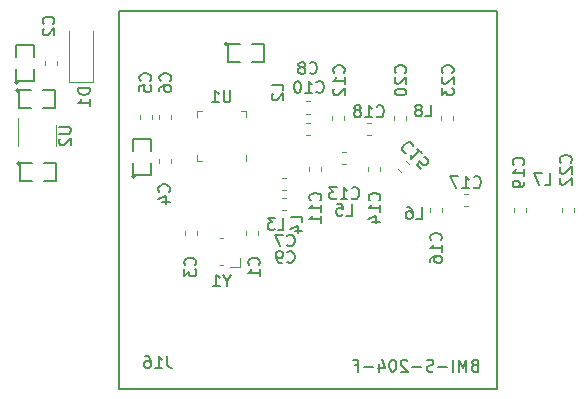
<source format=gbr>
%TF.GenerationSoftware,KiCad,Pcbnew,6.0.10+dfsg-1~bpo11+1*%
%TF.CreationDate,2023-02-03T00:16:52+00:00*%
%TF.ProjectId,ISM02A,49534d30-3241-42e6-9b69-6361645f7063,REV*%
%TF.SameCoordinates,Original*%
%TF.FileFunction,Legend,Bot*%
%TF.FilePolarity,Positive*%
%FSLAX46Y46*%
G04 Gerber Fmt 4.6, Leading zero omitted, Abs format (unit mm)*
G04 Created by KiCad (PCBNEW 6.0.10+dfsg-1~bpo11+1) date 2023-02-03 00:16:52*
%MOMM*%
%LPD*%
G01*
G04 APERTURE LIST*
%ADD10C,0.150000*%
%ADD11C,0.120000*%
G04 APERTURE END LIST*
D10*
%TO.C,C19*%
X178757142Y-108357142D02*
X178804761Y-108309523D01*
X178852380Y-108166666D01*
X178852380Y-108071428D01*
X178804761Y-107928571D01*
X178709523Y-107833333D01*
X178614285Y-107785714D01*
X178423809Y-107738095D01*
X178280952Y-107738095D01*
X178090476Y-107785714D01*
X177995238Y-107833333D01*
X177900000Y-107928571D01*
X177852380Y-108071428D01*
X177852380Y-108166666D01*
X177900000Y-108309523D01*
X177947619Y-108357142D01*
X178852380Y-109309523D02*
X178852380Y-108738095D01*
X178852380Y-109023809D02*
X177852380Y-109023809D01*
X177995238Y-108928571D01*
X178090476Y-108833333D01*
X178138095Y-108738095D01*
X178852380Y-109785714D02*
X178852380Y-109976190D01*
X178804761Y-110071428D01*
X178757142Y-110119047D01*
X178614285Y-110214285D01*
X178423809Y-110261904D01*
X178042857Y-110261904D01*
X177947619Y-110214285D01*
X177900000Y-110166666D01*
X177852380Y-110071428D01*
X177852380Y-109880952D01*
X177900000Y-109785714D01*
X177947619Y-109738095D01*
X178042857Y-109690476D01*
X178280952Y-109690476D01*
X178376190Y-109738095D01*
X178423809Y-109785714D01*
X178471428Y-109880952D01*
X178471428Y-110071428D01*
X178423809Y-110166666D01*
X178376190Y-110214285D01*
X178280952Y-110261904D01*
%TO.C,C18*%
X166342857Y-104227142D02*
X166390476Y-104274761D01*
X166533333Y-104322380D01*
X166628571Y-104322380D01*
X166771428Y-104274761D01*
X166866666Y-104179523D01*
X166914285Y-104084285D01*
X166961904Y-103893809D01*
X166961904Y-103750952D01*
X166914285Y-103560476D01*
X166866666Y-103465238D01*
X166771428Y-103370000D01*
X166628571Y-103322380D01*
X166533333Y-103322380D01*
X166390476Y-103370000D01*
X166342857Y-103417619D01*
X165390476Y-104322380D02*
X165961904Y-104322380D01*
X165676190Y-104322380D02*
X165676190Y-103322380D01*
X165771428Y-103465238D01*
X165866666Y-103560476D01*
X165961904Y-103608095D01*
X164819047Y-103750952D02*
X164914285Y-103703333D01*
X164961904Y-103655714D01*
X165009523Y-103560476D01*
X165009523Y-103512857D01*
X164961904Y-103417619D01*
X164914285Y-103370000D01*
X164819047Y-103322380D01*
X164628571Y-103322380D01*
X164533333Y-103370000D01*
X164485714Y-103417619D01*
X164438095Y-103512857D01*
X164438095Y-103560476D01*
X164485714Y-103655714D01*
X164533333Y-103703333D01*
X164628571Y-103750952D01*
X164819047Y-103750952D01*
X164914285Y-103798571D01*
X164961904Y-103846190D01*
X165009523Y-103941428D01*
X165009523Y-104131904D01*
X164961904Y-104227142D01*
X164914285Y-104274761D01*
X164819047Y-104322380D01*
X164628571Y-104322380D01*
X164533333Y-104274761D01*
X164485714Y-104227142D01*
X164438095Y-104131904D01*
X164438095Y-103941428D01*
X164485714Y-103846190D01*
X164533333Y-103798571D01*
X164628571Y-103750952D01*
%TO.C,C12*%
X163557142Y-100557142D02*
X163604761Y-100509523D01*
X163652380Y-100366666D01*
X163652380Y-100271428D01*
X163604761Y-100128571D01*
X163509523Y-100033333D01*
X163414285Y-99985714D01*
X163223809Y-99938095D01*
X163080952Y-99938095D01*
X162890476Y-99985714D01*
X162795238Y-100033333D01*
X162700000Y-100128571D01*
X162652380Y-100271428D01*
X162652380Y-100366666D01*
X162700000Y-100509523D01*
X162747619Y-100557142D01*
X163652380Y-101509523D02*
X163652380Y-100938095D01*
X163652380Y-101223809D02*
X162652380Y-101223809D01*
X162795238Y-101128571D01*
X162890476Y-101033333D01*
X162938095Y-100938095D01*
X162747619Y-101890476D02*
X162700000Y-101938095D01*
X162652380Y-102033333D01*
X162652380Y-102271428D01*
X162700000Y-102366666D01*
X162747619Y-102414285D01*
X162842857Y-102461904D01*
X162938095Y-102461904D01*
X163080952Y-102414285D01*
X163652380Y-101842857D01*
X163652380Y-102461904D01*
%TO.C,C22*%
X182757142Y-108157142D02*
X182804761Y-108109523D01*
X182852380Y-107966666D01*
X182852380Y-107871428D01*
X182804761Y-107728571D01*
X182709523Y-107633333D01*
X182614285Y-107585714D01*
X182423809Y-107538095D01*
X182280952Y-107538095D01*
X182090476Y-107585714D01*
X181995238Y-107633333D01*
X181900000Y-107728571D01*
X181852380Y-107871428D01*
X181852380Y-107966666D01*
X181900000Y-108109523D01*
X181947619Y-108157142D01*
X181947619Y-108538095D02*
X181900000Y-108585714D01*
X181852380Y-108680952D01*
X181852380Y-108919047D01*
X181900000Y-109014285D01*
X181947619Y-109061904D01*
X182042857Y-109109523D01*
X182138095Y-109109523D01*
X182280952Y-109061904D01*
X182852380Y-108490476D01*
X182852380Y-109109523D01*
X181947619Y-109490476D02*
X181900000Y-109538095D01*
X181852380Y-109633333D01*
X181852380Y-109871428D01*
X181900000Y-109966666D01*
X181947619Y-110014285D01*
X182042857Y-110061904D01*
X182138095Y-110061904D01*
X182280952Y-110014285D01*
X182852380Y-109442857D01*
X182852380Y-110061904D01*
%TO.C,C20*%
X168757142Y-100557142D02*
X168804761Y-100509523D01*
X168852380Y-100366666D01*
X168852380Y-100271428D01*
X168804761Y-100128571D01*
X168709523Y-100033333D01*
X168614285Y-99985714D01*
X168423809Y-99938095D01*
X168280952Y-99938095D01*
X168090476Y-99985714D01*
X167995238Y-100033333D01*
X167900000Y-100128571D01*
X167852380Y-100271428D01*
X167852380Y-100366666D01*
X167900000Y-100509523D01*
X167947619Y-100557142D01*
X167947619Y-100938095D02*
X167900000Y-100985714D01*
X167852380Y-101080952D01*
X167852380Y-101319047D01*
X167900000Y-101414285D01*
X167947619Y-101461904D01*
X168042857Y-101509523D01*
X168138095Y-101509523D01*
X168280952Y-101461904D01*
X168852380Y-100890476D01*
X168852380Y-101509523D01*
X167852380Y-102128571D02*
X167852380Y-102223809D01*
X167900000Y-102319047D01*
X167947619Y-102366666D01*
X168042857Y-102414285D01*
X168233333Y-102461904D01*
X168471428Y-102461904D01*
X168661904Y-102414285D01*
X168757142Y-102366666D01*
X168804761Y-102319047D01*
X168852380Y-102223809D01*
X168852380Y-102128571D01*
X168804761Y-102033333D01*
X168757142Y-101985714D01*
X168661904Y-101938095D01*
X168471428Y-101890476D01*
X168233333Y-101890476D01*
X168042857Y-101938095D01*
X167947619Y-101985714D01*
X167900000Y-102033333D01*
X167852380Y-102128571D01*
%TO.C,C23*%
X172757142Y-100557142D02*
X172804761Y-100509523D01*
X172852380Y-100366666D01*
X172852380Y-100271428D01*
X172804761Y-100128571D01*
X172709523Y-100033333D01*
X172614285Y-99985714D01*
X172423809Y-99938095D01*
X172280952Y-99938095D01*
X172090476Y-99985714D01*
X171995238Y-100033333D01*
X171900000Y-100128571D01*
X171852380Y-100271428D01*
X171852380Y-100366666D01*
X171900000Y-100509523D01*
X171947619Y-100557142D01*
X171947619Y-100938095D02*
X171900000Y-100985714D01*
X171852380Y-101080952D01*
X171852380Y-101319047D01*
X171900000Y-101414285D01*
X171947619Y-101461904D01*
X172042857Y-101509523D01*
X172138095Y-101509523D01*
X172280952Y-101461904D01*
X172852380Y-100890476D01*
X172852380Y-101509523D01*
X171852380Y-101842857D02*
X171852380Y-102461904D01*
X172233333Y-102128571D01*
X172233333Y-102271428D01*
X172280952Y-102366666D01*
X172328571Y-102414285D01*
X172423809Y-102461904D01*
X172661904Y-102461904D01*
X172757142Y-102414285D01*
X172804761Y-102366666D01*
X172852380Y-102271428D01*
X172852380Y-101985714D01*
X172804761Y-101890476D01*
X172757142Y-101842857D01*
%TO.C,C4*%
X148757142Y-110633333D02*
X148804761Y-110585714D01*
X148852380Y-110442857D01*
X148852380Y-110347619D01*
X148804761Y-110204761D01*
X148709523Y-110109523D01*
X148614285Y-110061904D01*
X148423809Y-110014285D01*
X148280952Y-110014285D01*
X148090476Y-110061904D01*
X147995238Y-110109523D01*
X147900000Y-110204761D01*
X147852380Y-110347619D01*
X147852380Y-110442857D01*
X147900000Y-110585714D01*
X147947619Y-110633333D01*
X148185714Y-111490476D02*
X148852380Y-111490476D01*
X147804761Y-111252380D02*
X148519047Y-111014285D01*
X148519047Y-111633333D01*
%TO.C,C5*%
X147157142Y-101233333D02*
X147204761Y-101185714D01*
X147252380Y-101042857D01*
X147252380Y-100947619D01*
X147204761Y-100804761D01*
X147109523Y-100709523D01*
X147014285Y-100661904D01*
X146823809Y-100614285D01*
X146680952Y-100614285D01*
X146490476Y-100661904D01*
X146395238Y-100709523D01*
X146300000Y-100804761D01*
X146252380Y-100947619D01*
X146252380Y-101042857D01*
X146300000Y-101185714D01*
X146347619Y-101233333D01*
X146252380Y-102138095D02*
X146252380Y-101661904D01*
X146728571Y-101614285D01*
X146680952Y-101661904D01*
X146633333Y-101757142D01*
X146633333Y-101995238D01*
X146680952Y-102090476D01*
X146728571Y-102138095D01*
X146823809Y-102185714D01*
X147061904Y-102185714D01*
X147157142Y-102138095D01*
X147204761Y-102090476D01*
X147252380Y-101995238D01*
X147252380Y-101757142D01*
X147204761Y-101661904D01*
X147157142Y-101614285D01*
%TO.C,C1*%
X156357142Y-116833333D02*
X156404761Y-116785714D01*
X156452380Y-116642857D01*
X156452380Y-116547619D01*
X156404761Y-116404761D01*
X156309523Y-116309523D01*
X156214285Y-116261904D01*
X156023809Y-116214285D01*
X155880952Y-116214285D01*
X155690476Y-116261904D01*
X155595238Y-116309523D01*
X155500000Y-116404761D01*
X155452380Y-116547619D01*
X155452380Y-116642857D01*
X155500000Y-116785714D01*
X155547619Y-116833333D01*
X156452380Y-117785714D02*
X156452380Y-117214285D01*
X156452380Y-117500000D02*
X155452380Y-117500000D01*
X155595238Y-117404761D01*
X155690476Y-117309523D01*
X155738095Y-117214285D01*
%TO.C,C3*%
X150957142Y-116833333D02*
X151004761Y-116785714D01*
X151052380Y-116642857D01*
X151052380Y-116547619D01*
X151004761Y-116404761D01*
X150909523Y-116309523D01*
X150814285Y-116261904D01*
X150623809Y-116214285D01*
X150480952Y-116214285D01*
X150290476Y-116261904D01*
X150195238Y-116309523D01*
X150100000Y-116404761D01*
X150052380Y-116547619D01*
X150052380Y-116642857D01*
X150100000Y-116785714D01*
X150147619Y-116833333D01*
X150052380Y-117166666D02*
X150052380Y-117785714D01*
X150433333Y-117452380D01*
X150433333Y-117595238D01*
X150480952Y-117690476D01*
X150528571Y-117738095D01*
X150623809Y-117785714D01*
X150861904Y-117785714D01*
X150957142Y-117738095D01*
X151004761Y-117690476D01*
X151052380Y-117595238D01*
X151052380Y-117309523D01*
X151004761Y-117214285D01*
X150957142Y-117166666D01*
%TO.C,C10*%
X161242857Y-102157142D02*
X161290476Y-102204761D01*
X161433333Y-102252380D01*
X161528571Y-102252380D01*
X161671428Y-102204761D01*
X161766666Y-102109523D01*
X161814285Y-102014285D01*
X161861904Y-101823809D01*
X161861904Y-101680952D01*
X161814285Y-101490476D01*
X161766666Y-101395238D01*
X161671428Y-101300000D01*
X161528571Y-101252380D01*
X161433333Y-101252380D01*
X161290476Y-101300000D01*
X161242857Y-101347619D01*
X160290476Y-102252380D02*
X160861904Y-102252380D01*
X160576190Y-102252380D02*
X160576190Y-101252380D01*
X160671428Y-101395238D01*
X160766666Y-101490476D01*
X160861904Y-101538095D01*
X159671428Y-101252380D02*
X159576190Y-101252380D01*
X159480952Y-101300000D01*
X159433333Y-101347619D01*
X159385714Y-101442857D01*
X159338095Y-101633333D01*
X159338095Y-101871428D01*
X159385714Y-102061904D01*
X159433333Y-102157142D01*
X159480952Y-102204761D01*
X159576190Y-102252380D01*
X159671428Y-102252380D01*
X159766666Y-102204761D01*
X159814285Y-102157142D01*
X159861904Y-102061904D01*
X159909523Y-101871428D01*
X159909523Y-101633333D01*
X159861904Y-101442857D01*
X159814285Y-101347619D01*
X159766666Y-101300000D01*
X159671428Y-101252380D01*
%TO.C,C6*%
X148857142Y-101233333D02*
X148904761Y-101185714D01*
X148952380Y-101042857D01*
X148952380Y-100947619D01*
X148904761Y-100804761D01*
X148809523Y-100709523D01*
X148714285Y-100661904D01*
X148523809Y-100614285D01*
X148380952Y-100614285D01*
X148190476Y-100661904D01*
X148095238Y-100709523D01*
X148000000Y-100804761D01*
X147952380Y-100947619D01*
X147952380Y-101042857D01*
X148000000Y-101185714D01*
X148047619Y-101233333D01*
X147952380Y-102090476D02*
X147952380Y-101900000D01*
X148000000Y-101804761D01*
X148047619Y-101757142D01*
X148190476Y-101661904D01*
X148380952Y-101614285D01*
X148761904Y-101614285D01*
X148857142Y-101661904D01*
X148904761Y-101709523D01*
X148952380Y-101804761D01*
X148952380Y-101995238D01*
X148904761Y-102090476D01*
X148857142Y-102138095D01*
X148761904Y-102185714D01*
X148523809Y-102185714D01*
X148428571Y-102138095D01*
X148380952Y-102090476D01*
X148333333Y-101995238D01*
X148333333Y-101804761D01*
X148380952Y-101709523D01*
X148428571Y-101661904D01*
X148523809Y-101614285D01*
%TO.C,C8*%
X160666666Y-100557142D02*
X160714285Y-100604761D01*
X160857142Y-100652380D01*
X160952380Y-100652380D01*
X161095238Y-100604761D01*
X161190476Y-100509523D01*
X161238095Y-100414285D01*
X161285714Y-100223809D01*
X161285714Y-100080952D01*
X161238095Y-99890476D01*
X161190476Y-99795238D01*
X161095238Y-99700000D01*
X160952380Y-99652380D01*
X160857142Y-99652380D01*
X160714285Y-99700000D01*
X160666666Y-99747619D01*
X160095238Y-100080952D02*
X160190476Y-100033333D01*
X160238095Y-99985714D01*
X160285714Y-99890476D01*
X160285714Y-99842857D01*
X160238095Y-99747619D01*
X160190476Y-99700000D01*
X160095238Y-99652380D01*
X159904761Y-99652380D01*
X159809523Y-99700000D01*
X159761904Y-99747619D01*
X159714285Y-99842857D01*
X159714285Y-99890476D01*
X159761904Y-99985714D01*
X159809523Y-100033333D01*
X159904761Y-100080952D01*
X160095238Y-100080952D01*
X160190476Y-100128571D01*
X160238095Y-100176190D01*
X160285714Y-100271428D01*
X160285714Y-100461904D01*
X160238095Y-100557142D01*
X160190476Y-100604761D01*
X160095238Y-100652380D01*
X159904761Y-100652380D01*
X159809523Y-100604761D01*
X159761904Y-100557142D01*
X159714285Y-100461904D01*
X159714285Y-100271428D01*
X159761904Y-100176190D01*
X159809523Y-100128571D01*
X159904761Y-100080952D01*
%TO.C,Y1*%
X153676190Y-118176190D02*
X153676190Y-118652380D01*
X154009523Y-117652380D02*
X153676190Y-118176190D01*
X153342857Y-117652380D01*
X152485714Y-118652380D02*
X153057142Y-118652380D01*
X152771428Y-118652380D02*
X152771428Y-117652380D01*
X152866666Y-117795238D01*
X152961904Y-117890476D01*
X153057142Y-117938095D01*
%TO.C,U1*%
X153961904Y-102052380D02*
X153961904Y-102861904D01*
X153914285Y-102957142D01*
X153866666Y-103004761D01*
X153771428Y-103052380D01*
X153580952Y-103052380D01*
X153485714Y-103004761D01*
X153438095Y-102957142D01*
X153390476Y-102861904D01*
X153390476Y-102052380D01*
X152390476Y-103052380D02*
X152961904Y-103052380D01*
X152676190Y-103052380D02*
X152676190Y-102052380D01*
X152771428Y-102195238D01*
X152866666Y-102290476D01*
X152961904Y-102338095D01*
%TO.C,L2*%
X158452380Y-102033333D02*
X158452380Y-101557142D01*
X157452380Y-101557142D01*
X157547619Y-102319047D02*
X157500000Y-102366666D01*
X157452380Y-102461904D01*
X157452380Y-102700000D01*
X157500000Y-102795238D01*
X157547619Y-102842857D01*
X157642857Y-102890476D01*
X157738095Y-102890476D01*
X157880952Y-102842857D01*
X158452380Y-102271428D01*
X158452380Y-102890476D01*
%TO.C,L7*%
X180566666Y-110052380D02*
X181042857Y-110052380D01*
X181042857Y-109052380D01*
X180328571Y-109052380D02*
X179661904Y-109052380D01*
X180090476Y-110052380D01*
%TO.C,L8*%
X170466666Y-104252380D02*
X170942857Y-104252380D01*
X170942857Y-103252380D01*
X169990476Y-103680952D02*
X170085714Y-103633333D01*
X170133333Y-103585714D01*
X170180952Y-103490476D01*
X170180952Y-103442857D01*
X170133333Y-103347619D01*
X170085714Y-103300000D01*
X169990476Y-103252380D01*
X169800000Y-103252380D01*
X169704761Y-103300000D01*
X169657142Y-103347619D01*
X169609523Y-103442857D01*
X169609523Y-103490476D01*
X169657142Y-103585714D01*
X169704761Y-103633333D01*
X169800000Y-103680952D01*
X169990476Y-103680952D01*
X170085714Y-103728571D01*
X170133333Y-103776190D01*
X170180952Y-103871428D01*
X170180952Y-104061904D01*
X170133333Y-104157142D01*
X170085714Y-104204761D01*
X169990476Y-104252380D01*
X169800000Y-104252380D01*
X169704761Y-104204761D01*
X169657142Y-104157142D01*
X169609523Y-104061904D01*
X169609523Y-103871428D01*
X169657142Y-103776190D01*
X169704761Y-103728571D01*
X169800000Y-103680952D01*
%TO.C,L4*%
X160052380Y-113233333D02*
X160052380Y-112757142D01*
X159052380Y-112757142D01*
X159385714Y-113995238D02*
X160052380Y-113995238D01*
X159004761Y-113757142D02*
X159719047Y-113519047D01*
X159719047Y-114138095D01*
%TO.C,L6*%
X169666666Y-112922380D02*
X170142857Y-112922380D01*
X170142857Y-111922380D01*
X168904761Y-111922380D02*
X169095238Y-111922380D01*
X169190476Y-111970000D01*
X169238095Y-112017619D01*
X169333333Y-112160476D01*
X169380952Y-112350952D01*
X169380952Y-112731904D01*
X169333333Y-112827142D01*
X169285714Y-112874761D01*
X169190476Y-112922380D01*
X169000000Y-112922380D01*
X168904761Y-112874761D01*
X168857142Y-112827142D01*
X168809523Y-112731904D01*
X168809523Y-112493809D01*
X168857142Y-112398571D01*
X168904761Y-112350952D01*
X169000000Y-112303333D01*
X169190476Y-112303333D01*
X169285714Y-112350952D01*
X169333333Y-112398571D01*
X169380952Y-112493809D01*
%TO.C,L5*%
X163766666Y-112652380D02*
X164242857Y-112652380D01*
X164242857Y-111652380D01*
X162957142Y-111652380D02*
X163433333Y-111652380D01*
X163480952Y-112128571D01*
X163433333Y-112080952D01*
X163338095Y-112033333D01*
X163100000Y-112033333D01*
X163004761Y-112080952D01*
X162957142Y-112128571D01*
X162909523Y-112223809D01*
X162909523Y-112461904D01*
X162957142Y-112557142D01*
X163004761Y-112604761D01*
X163100000Y-112652380D01*
X163338095Y-112652380D01*
X163433333Y-112604761D01*
X163480952Y-112557142D01*
%TO.C,C13*%
X164242857Y-111157142D02*
X164290476Y-111204761D01*
X164433333Y-111252380D01*
X164528571Y-111252380D01*
X164671428Y-111204761D01*
X164766666Y-111109523D01*
X164814285Y-111014285D01*
X164861904Y-110823809D01*
X164861904Y-110680952D01*
X164814285Y-110490476D01*
X164766666Y-110395238D01*
X164671428Y-110300000D01*
X164528571Y-110252380D01*
X164433333Y-110252380D01*
X164290476Y-110300000D01*
X164242857Y-110347619D01*
X163290476Y-111252380D02*
X163861904Y-111252380D01*
X163576190Y-111252380D02*
X163576190Y-110252380D01*
X163671428Y-110395238D01*
X163766666Y-110490476D01*
X163861904Y-110538095D01*
X162957142Y-110252380D02*
X162338095Y-110252380D01*
X162671428Y-110633333D01*
X162528571Y-110633333D01*
X162433333Y-110680952D01*
X162385714Y-110728571D01*
X162338095Y-110823809D01*
X162338095Y-111061904D01*
X162385714Y-111157142D01*
X162433333Y-111204761D01*
X162528571Y-111252380D01*
X162814285Y-111252380D01*
X162909523Y-111204761D01*
X162957142Y-111157142D01*
%TO.C,C16*%
X171757142Y-114757142D02*
X171804761Y-114709523D01*
X171852380Y-114566666D01*
X171852380Y-114471428D01*
X171804761Y-114328571D01*
X171709523Y-114233333D01*
X171614285Y-114185714D01*
X171423809Y-114138095D01*
X171280952Y-114138095D01*
X171090476Y-114185714D01*
X170995238Y-114233333D01*
X170900000Y-114328571D01*
X170852380Y-114471428D01*
X170852380Y-114566666D01*
X170900000Y-114709523D01*
X170947619Y-114757142D01*
X171852380Y-115709523D02*
X171852380Y-115138095D01*
X171852380Y-115423809D02*
X170852380Y-115423809D01*
X170995238Y-115328571D01*
X171090476Y-115233333D01*
X171138095Y-115138095D01*
X170852380Y-116566666D02*
X170852380Y-116376190D01*
X170900000Y-116280952D01*
X170947619Y-116233333D01*
X171090476Y-116138095D01*
X171280952Y-116090476D01*
X171661904Y-116090476D01*
X171757142Y-116138095D01*
X171804761Y-116185714D01*
X171852380Y-116280952D01*
X171852380Y-116471428D01*
X171804761Y-116566666D01*
X171757142Y-116614285D01*
X171661904Y-116661904D01*
X171423809Y-116661904D01*
X171328571Y-116614285D01*
X171280952Y-116566666D01*
X171233333Y-116471428D01*
X171233333Y-116280952D01*
X171280952Y-116185714D01*
X171328571Y-116138095D01*
X171423809Y-116090476D01*
%TO.C,C17*%
X174542857Y-110227142D02*
X174590476Y-110274761D01*
X174733333Y-110322380D01*
X174828571Y-110322380D01*
X174971428Y-110274761D01*
X175066666Y-110179523D01*
X175114285Y-110084285D01*
X175161904Y-109893809D01*
X175161904Y-109750952D01*
X175114285Y-109560476D01*
X175066666Y-109465238D01*
X174971428Y-109370000D01*
X174828571Y-109322380D01*
X174733333Y-109322380D01*
X174590476Y-109370000D01*
X174542857Y-109417619D01*
X173590476Y-110322380D02*
X174161904Y-110322380D01*
X173876190Y-110322380D02*
X173876190Y-109322380D01*
X173971428Y-109465238D01*
X174066666Y-109560476D01*
X174161904Y-109608095D01*
X173257142Y-109322380D02*
X172590476Y-109322380D01*
X173019047Y-110322380D01*
%TO.C,C14*%
X166557142Y-111357142D02*
X166604761Y-111309523D01*
X166652380Y-111166666D01*
X166652380Y-111071428D01*
X166604761Y-110928571D01*
X166509523Y-110833333D01*
X166414285Y-110785714D01*
X166223809Y-110738095D01*
X166080952Y-110738095D01*
X165890476Y-110785714D01*
X165795238Y-110833333D01*
X165700000Y-110928571D01*
X165652380Y-111071428D01*
X165652380Y-111166666D01*
X165700000Y-111309523D01*
X165747619Y-111357142D01*
X166652380Y-112309523D02*
X166652380Y-111738095D01*
X166652380Y-112023809D02*
X165652380Y-112023809D01*
X165795238Y-111928571D01*
X165890476Y-111833333D01*
X165938095Y-111738095D01*
X165985714Y-113166666D02*
X166652380Y-113166666D01*
X165604761Y-112928571D02*
X166319047Y-112690476D01*
X166319047Y-113309523D01*
%TO.C,C11*%
X161557142Y-111357142D02*
X161604761Y-111309523D01*
X161652380Y-111166666D01*
X161652380Y-111071428D01*
X161604761Y-110928571D01*
X161509523Y-110833333D01*
X161414285Y-110785714D01*
X161223809Y-110738095D01*
X161080952Y-110738095D01*
X160890476Y-110785714D01*
X160795238Y-110833333D01*
X160700000Y-110928571D01*
X160652380Y-111071428D01*
X160652380Y-111166666D01*
X160700000Y-111309523D01*
X160747619Y-111357142D01*
X161652380Y-112309523D02*
X161652380Y-111738095D01*
X161652380Y-112023809D02*
X160652380Y-112023809D01*
X160795238Y-111928571D01*
X160890476Y-111833333D01*
X160938095Y-111738095D01*
X161652380Y-113261904D02*
X161652380Y-112690476D01*
X161652380Y-112976190D02*
X160652380Y-112976190D01*
X160795238Y-112880952D01*
X160890476Y-112785714D01*
X160938095Y-112690476D01*
%TO.C,C15*%
X169409132Y-106781730D02*
X169409132Y-106714386D01*
X169341788Y-106579699D01*
X169274445Y-106512356D01*
X169139758Y-106445012D01*
X169005071Y-106445012D01*
X168904056Y-106478684D01*
X168735697Y-106579699D01*
X168634682Y-106680714D01*
X168533666Y-106849073D01*
X168499995Y-106950088D01*
X168499995Y-107084775D01*
X168567338Y-107219462D01*
X168634682Y-107286806D01*
X168769369Y-107354149D01*
X168836712Y-107354149D01*
X170149911Y-107387821D02*
X169745850Y-106983760D01*
X169947880Y-107185791D02*
X169240773Y-107892898D01*
X169274445Y-107724539D01*
X169274445Y-107589852D01*
X169240773Y-107488837D01*
X170082567Y-108734691D02*
X169745850Y-108397974D01*
X170048895Y-108027585D01*
X170048895Y-108094928D01*
X170082567Y-108195943D01*
X170250926Y-108364302D01*
X170351941Y-108397974D01*
X170419285Y-108397974D01*
X170520300Y-108364302D01*
X170688659Y-108195943D01*
X170722330Y-108094928D01*
X170722330Y-108027585D01*
X170688659Y-107926569D01*
X170520300Y-107758211D01*
X170419285Y-107724539D01*
X170351941Y-107724539D01*
%TO.C,C9*%
X158766666Y-116557142D02*
X158814285Y-116604761D01*
X158957142Y-116652380D01*
X159052380Y-116652380D01*
X159195238Y-116604761D01*
X159290476Y-116509523D01*
X159338095Y-116414285D01*
X159385714Y-116223809D01*
X159385714Y-116080952D01*
X159338095Y-115890476D01*
X159290476Y-115795238D01*
X159195238Y-115700000D01*
X159052380Y-115652380D01*
X158957142Y-115652380D01*
X158814285Y-115700000D01*
X158766666Y-115747619D01*
X158290476Y-116652380D02*
X158100000Y-116652380D01*
X158004761Y-116604761D01*
X157957142Y-116557142D01*
X157861904Y-116414285D01*
X157814285Y-116223809D01*
X157814285Y-115842857D01*
X157861904Y-115747619D01*
X157909523Y-115700000D01*
X158004761Y-115652380D01*
X158195238Y-115652380D01*
X158290476Y-115700000D01*
X158338095Y-115747619D01*
X158385714Y-115842857D01*
X158385714Y-116080952D01*
X158338095Y-116176190D01*
X158290476Y-116223809D01*
X158195238Y-116271428D01*
X158004761Y-116271428D01*
X157909523Y-116223809D01*
X157861904Y-116176190D01*
X157814285Y-116080952D01*
%TO.C,C7*%
X158766666Y-115157142D02*
X158814285Y-115204761D01*
X158957142Y-115252380D01*
X159052380Y-115252380D01*
X159195238Y-115204761D01*
X159290476Y-115109523D01*
X159338095Y-115014285D01*
X159385714Y-114823809D01*
X159385714Y-114680952D01*
X159338095Y-114490476D01*
X159290476Y-114395238D01*
X159195238Y-114300000D01*
X159052380Y-114252380D01*
X158957142Y-114252380D01*
X158814285Y-114300000D01*
X158766666Y-114347619D01*
X158433333Y-114252380D02*
X157766666Y-114252380D01*
X158195238Y-115252380D01*
%TO.C,L3*%
X157966666Y-113852380D02*
X158442857Y-113852380D01*
X158442857Y-112852380D01*
X157728571Y-112852380D02*
X157109523Y-112852380D01*
X157442857Y-113233333D01*
X157300000Y-113233333D01*
X157204761Y-113280952D01*
X157157142Y-113328571D01*
X157109523Y-113423809D01*
X157109523Y-113661904D01*
X157157142Y-113757142D01*
X157204761Y-113804761D01*
X157300000Y-113852380D01*
X157585714Y-113852380D01*
X157680952Y-113804761D01*
X157728571Y-113757142D01*
%TO.C,C2*%
X138957142Y-96433333D02*
X139004761Y-96385714D01*
X139052380Y-96242857D01*
X139052380Y-96147619D01*
X139004761Y-96004761D01*
X138909523Y-95909523D01*
X138814285Y-95861904D01*
X138623809Y-95814285D01*
X138480952Y-95814285D01*
X138290476Y-95861904D01*
X138195238Y-95909523D01*
X138100000Y-96004761D01*
X138052380Y-96147619D01*
X138052380Y-96242857D01*
X138100000Y-96385714D01*
X138147619Y-96433333D01*
X138147619Y-96814285D02*
X138100000Y-96861904D01*
X138052380Y-96957142D01*
X138052380Y-97195238D01*
X138100000Y-97290476D01*
X138147619Y-97338095D01*
X138242857Y-97385714D01*
X138338095Y-97385714D01*
X138480952Y-97338095D01*
X139052380Y-96766666D01*
X139052380Y-97385714D01*
%TO.C,D1*%
X142052380Y-101861904D02*
X141052380Y-101861904D01*
X141052380Y-102100000D01*
X141100000Y-102242857D01*
X141195238Y-102338095D01*
X141290476Y-102385714D01*
X141480952Y-102433333D01*
X141623809Y-102433333D01*
X141814285Y-102385714D01*
X141909523Y-102338095D01*
X142004761Y-102242857D01*
X142052380Y-102100000D01*
X142052380Y-101861904D01*
X142052380Y-103385714D02*
X142052380Y-102814285D01*
X142052380Y-103100000D02*
X141052380Y-103100000D01*
X141195238Y-103004761D01*
X141290476Y-102909523D01*
X141338095Y-102814285D01*
%TO.C,U2*%
X139452380Y-105138095D02*
X140261904Y-105138095D01*
X140357142Y-105185714D01*
X140404761Y-105233333D01*
X140452380Y-105328571D01*
X140452380Y-105519047D01*
X140404761Y-105614285D01*
X140357142Y-105661904D01*
X140261904Y-105709523D01*
X139452380Y-105709523D01*
X139547619Y-106138095D02*
X139500000Y-106185714D01*
X139452380Y-106280952D01*
X139452380Y-106519047D01*
X139500000Y-106614285D01*
X139547619Y-106661904D01*
X139642857Y-106709523D01*
X139738095Y-106709523D01*
X139880952Y-106661904D01*
X140452380Y-106090476D01*
X140452380Y-106709523D01*
%TO.C,J16*%
X148609523Y-124552380D02*
X148609523Y-125266666D01*
X148657142Y-125409523D01*
X148752380Y-125504761D01*
X148895238Y-125552380D01*
X148990476Y-125552380D01*
X147609523Y-125552380D02*
X148180952Y-125552380D01*
X147895238Y-125552380D02*
X147895238Y-124552380D01*
X147990476Y-124695238D01*
X148085714Y-124790476D01*
X148180952Y-124838095D01*
X146752380Y-124552380D02*
X146942857Y-124552380D01*
X147038095Y-124600000D01*
X147085714Y-124647619D01*
X147180952Y-124790476D01*
X147228571Y-124980952D01*
X147228571Y-125361904D01*
X147180952Y-125457142D01*
X147133333Y-125504761D01*
X147038095Y-125552380D01*
X146847619Y-125552380D01*
X146752380Y-125504761D01*
X146704761Y-125457142D01*
X146657142Y-125361904D01*
X146657142Y-125123809D01*
X146704761Y-125028571D01*
X146752380Y-124980952D01*
X146847619Y-124933333D01*
X147038095Y-124933333D01*
X147133333Y-124980952D01*
X147180952Y-125028571D01*
X147228571Y-125123809D01*
X174609523Y-125328571D02*
X174466666Y-125376190D01*
X174419047Y-125423809D01*
X174371428Y-125519047D01*
X174371428Y-125661904D01*
X174419047Y-125757142D01*
X174466666Y-125804761D01*
X174561904Y-125852380D01*
X174942857Y-125852380D01*
X174942857Y-124852380D01*
X174609523Y-124852380D01*
X174514285Y-124900000D01*
X174466666Y-124947619D01*
X174419047Y-125042857D01*
X174419047Y-125138095D01*
X174466666Y-125233333D01*
X174514285Y-125280952D01*
X174609523Y-125328571D01*
X174942857Y-125328571D01*
X173942857Y-125852380D02*
X173942857Y-124852380D01*
X173609523Y-125566666D01*
X173276190Y-124852380D01*
X173276190Y-125852380D01*
X172800000Y-125852380D02*
X172800000Y-124852380D01*
X172323809Y-125471428D02*
X171561904Y-125471428D01*
X171133333Y-125804761D02*
X170990476Y-125852380D01*
X170752380Y-125852380D01*
X170657142Y-125804761D01*
X170609523Y-125757142D01*
X170561904Y-125661904D01*
X170561904Y-125566666D01*
X170609523Y-125471428D01*
X170657142Y-125423809D01*
X170752380Y-125376190D01*
X170942857Y-125328571D01*
X171038095Y-125280952D01*
X171085714Y-125233333D01*
X171133333Y-125138095D01*
X171133333Y-125042857D01*
X171085714Y-124947619D01*
X171038095Y-124900000D01*
X170942857Y-124852380D01*
X170704761Y-124852380D01*
X170561904Y-124900000D01*
X170133333Y-125471428D02*
X169371428Y-125471428D01*
X168942857Y-124947619D02*
X168895238Y-124900000D01*
X168800000Y-124852380D01*
X168561904Y-124852380D01*
X168466666Y-124900000D01*
X168419047Y-124947619D01*
X168371428Y-125042857D01*
X168371428Y-125138095D01*
X168419047Y-125280952D01*
X168990476Y-125852380D01*
X168371428Y-125852380D01*
X167752380Y-124852380D02*
X167657142Y-124852380D01*
X167561904Y-124900000D01*
X167514285Y-124947619D01*
X167466666Y-125042857D01*
X167419047Y-125233333D01*
X167419047Y-125471428D01*
X167466666Y-125661904D01*
X167514285Y-125757142D01*
X167561904Y-125804761D01*
X167657142Y-125852380D01*
X167752380Y-125852380D01*
X167847619Y-125804761D01*
X167895238Y-125757142D01*
X167942857Y-125661904D01*
X167990476Y-125471428D01*
X167990476Y-125233333D01*
X167942857Y-125042857D01*
X167895238Y-124947619D01*
X167847619Y-124900000D01*
X167752380Y-124852380D01*
X166561904Y-125185714D02*
X166561904Y-125852380D01*
X166800000Y-124804761D02*
X167038095Y-125519047D01*
X166419047Y-125519047D01*
X166038095Y-125471428D02*
X165276190Y-125471428D01*
X164466666Y-125328571D02*
X164800000Y-125328571D01*
X164800000Y-125852380D02*
X164800000Y-124852380D01*
X164323809Y-124852380D01*
D11*
%TO.C,C19*%
X177990000Y-112371267D02*
X177990000Y-112028733D01*
X179010000Y-112371267D02*
X179010000Y-112028733D01*
%TO.C,C18*%
X165871267Y-105810000D02*
X165528733Y-105810000D01*
X165871267Y-104790000D02*
X165528733Y-104790000D01*
%TO.C,C12*%
X163610000Y-104571267D02*
X163610000Y-104228733D01*
X162590000Y-104571267D02*
X162590000Y-104228733D01*
%TO.C,C22*%
X181990000Y-112371267D02*
X181990000Y-112028733D01*
X183010000Y-112371267D02*
X183010000Y-112028733D01*
%TO.C,C20*%
X168810000Y-104228733D02*
X168810000Y-104571267D01*
X167790000Y-104228733D02*
X167790000Y-104571267D01*
%TO.C,C23*%
X171790000Y-104228733D02*
X171790000Y-104571267D01*
X172810000Y-104228733D02*
X172810000Y-104571267D01*
%TO.C,C4*%
X147890000Y-108171267D02*
X147890000Y-107828733D01*
X148910000Y-108171267D02*
X148910000Y-107828733D01*
%TO.C,C5*%
X146290000Y-104471267D02*
X146290000Y-104128733D01*
X147310000Y-104471267D02*
X147310000Y-104128733D01*
%TO.C,C1*%
X156310000Y-114271267D02*
X156310000Y-113928733D01*
X155290000Y-114271267D02*
X155290000Y-113928733D01*
%TO.C,C3*%
X151110000Y-114271267D02*
X151110000Y-113928733D01*
X150090000Y-114271267D02*
X150090000Y-113928733D01*
%TO.C,C10*%
X160671267Y-104790000D02*
X160328733Y-104790000D01*
X160671267Y-105810000D02*
X160328733Y-105810000D01*
%TO.C,C6*%
X148910000Y-104471267D02*
X148910000Y-104128733D01*
X147890000Y-104471267D02*
X147890000Y-104128733D01*
%TO.C,C8*%
X160328733Y-102990000D02*
X160671267Y-102990000D01*
X160328733Y-104010000D02*
X160671267Y-104010000D01*
%TO.C,Y1*%
X154740000Y-116200000D02*
X154740000Y-116990000D01*
X153310000Y-116810000D02*
X153090000Y-116810000D01*
X153950000Y-116990000D02*
X154740000Y-116990000D01*
X153310000Y-114590000D02*
X153090000Y-114590000D01*
%TO.C,U1*%
X155310000Y-104265000D02*
X155310000Y-103790000D01*
X155310000Y-107535000D02*
X155310000Y-108010000D01*
X151090000Y-104265000D02*
X151090000Y-103790000D01*
X151090000Y-103790000D02*
X151565000Y-103790000D01*
X155310000Y-103790000D02*
X154835000Y-103790000D01*
X151090000Y-107535000D02*
X151090000Y-108010000D01*
X151090000Y-108010000D02*
X151565000Y-108010000D01*
D10*
%TO.C,R1*%
X156778000Y-98142000D02*
X155762000Y-98142000D01*
X155762000Y-99666000D02*
X156778000Y-99666000D01*
X153730000Y-99666000D02*
X154746000Y-99666000D01*
X154746000Y-98142000D02*
X153730000Y-98142000D01*
X156778000Y-99666000D02*
X156778000Y-98142000D01*
X153730000Y-98142000D02*
X153730000Y-99666000D01*
X153730000Y-98142000D02*
G75*
G03*
X153730000Y-98142000I-127000J0D01*
G01*
%TO.C,L1*%
X145738000Y-106176000D02*
X145738000Y-107192000D01*
X147262000Y-106176000D02*
X145738000Y-106176000D01*
X145738000Y-109224000D02*
X147262000Y-109224000D01*
X147262000Y-109224000D02*
X147262000Y-108208000D01*
X145738000Y-108208000D02*
X145738000Y-109224000D01*
X147262000Y-107192000D02*
X147262000Y-106176000D01*
X145865000Y-109351000D02*
G75*
G03*
X145865000Y-109351000I-127000J0D01*
G01*
D11*
%TO.C,C13*%
X163771267Y-108310000D02*
X163428733Y-108310000D01*
X163771267Y-107290000D02*
X163428733Y-107290000D01*
%TO.C,C16*%
X170890000Y-112028733D02*
X170890000Y-112371267D01*
X171910000Y-112028733D02*
X171910000Y-112371267D01*
%TO.C,C17*%
X174071267Y-110790000D02*
X173728733Y-110790000D01*
X174071267Y-111810000D02*
X173728733Y-111810000D01*
%TO.C,C14*%
X165590000Y-108528733D02*
X165590000Y-108871267D01*
X166610000Y-108528733D02*
X166610000Y-108871267D01*
%TO.C,C11*%
X161610000Y-108528733D02*
X161610000Y-108871267D01*
X160590000Y-108528733D02*
X160590000Y-108871267D01*
%TO.C,C15*%
X169081729Y-108260480D02*
X168839520Y-108018271D01*
X168360480Y-108981729D02*
X168118271Y-108739520D01*
%TO.C,C9*%
X158646267Y-109490000D02*
X158303733Y-109490000D01*
X158646267Y-110510000D02*
X158303733Y-110510000D01*
%TO.C,C7*%
X158646267Y-111190000D02*
X158303733Y-111190000D01*
X158646267Y-112210000D02*
X158303733Y-112210000D01*
%TO.C,C2*%
X139310000Y-99871267D02*
X139310000Y-99528733D01*
X138290000Y-99871267D02*
X138290000Y-99528733D01*
%TO.C,D1*%
X140300000Y-101350000D02*
X140300000Y-97050000D01*
X142300000Y-101350000D02*
X140300000Y-101350000D01*
X142300000Y-97050000D02*
X142300000Y-101350000D01*
%TO.C,U2*%
X139210000Y-105000000D02*
X139210000Y-106800000D01*
X135990000Y-106800000D02*
X135990000Y-104350000D01*
D10*
%TO.C,C24*%
X139224000Y-108238000D02*
X138208000Y-108238000D01*
X136176000Y-109762000D02*
X137192000Y-109762000D01*
X137192000Y-108238000D02*
X136176000Y-108238000D01*
X138208000Y-109762000D02*
X139224000Y-109762000D01*
X136176000Y-108238000D02*
X136176000Y-109762000D01*
X139224000Y-109762000D02*
X139224000Y-108238000D01*
X136176000Y-108238000D02*
G75*
G03*
X136176000Y-108238000I-127000J0D01*
G01*
%TO.C,C21*%
X137092000Y-102038000D02*
X136076000Y-102038000D01*
X136076000Y-102038000D02*
X136076000Y-103562000D01*
X136076000Y-103562000D02*
X137092000Y-103562000D01*
X139124000Y-102038000D02*
X138108000Y-102038000D01*
X138108000Y-103562000D02*
X139124000Y-103562000D01*
X139124000Y-103562000D02*
X139124000Y-102038000D01*
X136076000Y-102038000D02*
G75*
G03*
X136076000Y-102038000I-127000J0D01*
G01*
%TO.C,J16*%
X176500000Y-127300000D02*
X144500000Y-127300000D01*
X144500000Y-95300000D02*
X176500000Y-95300000D01*
X144500000Y-127300000D02*
X144500000Y-95300000D01*
X176500000Y-95300000D02*
X176500000Y-127300000D01*
%TO.C,C25*%
X135838000Y-101224000D02*
X137362000Y-101224000D01*
X137362000Y-98176000D02*
X135838000Y-98176000D01*
X135838000Y-98176000D02*
X135838000Y-99192000D01*
X137362000Y-101224000D02*
X137362000Y-100208000D01*
X135838000Y-100208000D02*
X135838000Y-101224000D01*
X137362000Y-99192000D02*
X137362000Y-98176000D01*
X135965000Y-101351000D02*
G75*
G03*
X135965000Y-101351000I-127000J0D01*
G01*
%TD*%
M02*

</source>
